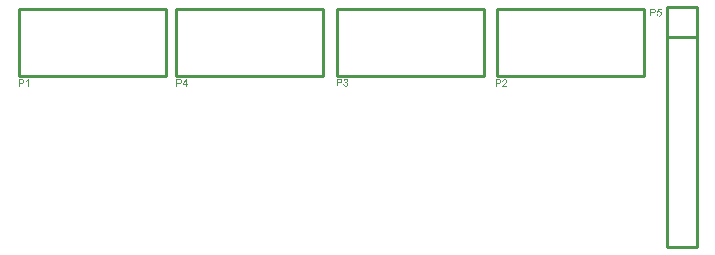
<source format=gto>
G04*
G04 #@! TF.GenerationSoftware,Altium Limited,Altium Designer,18.1.9 (240)*
G04*
G04 Layer_Color=65535*
%FSLAX25Y25*%
%MOIN*%
G70*
G01*
G75*
%ADD10C,0.01000*%
G36*
X264833Y81727D02*
X263808D01*
X263671Y81036D01*
X263675Y81039D01*
X263683Y81043D01*
X263694Y81050D01*
X263712Y81061D01*
X263734Y81072D01*
X263760Y81087D01*
X263819Y81117D01*
X263893Y81147D01*
X263975Y81172D01*
X264064Y81191D01*
X264108Y81198D01*
X264189D01*
X264212Y81195D01*
X264241Y81191D01*
X264275Y81187D01*
X264312Y81180D01*
X264352Y81169D01*
X264441Y81143D01*
X264489Y81124D01*
X264537Y81098D01*
X264585Y81072D01*
X264633Y81043D01*
X264678Y81006D01*
X264722Y80965D01*
X264726Y80962D01*
X264733Y80954D01*
X264744Y80943D01*
X264759Y80924D01*
X264778Y80899D01*
X264796Y80873D01*
X264818Y80839D01*
X264841Y80802D01*
X264859Y80762D01*
X264881Y80717D01*
X264900Y80665D01*
X264918Y80614D01*
X264933Y80558D01*
X264944Y80495D01*
X264952Y80432D01*
X264955Y80366D01*
Y80362D01*
Y80351D01*
Y80332D01*
X264952Y80307D01*
X264948Y80277D01*
X264944Y80244D01*
X264937Y80203D01*
X264929Y80162D01*
X264907Y80066D01*
X264870Y79966D01*
X264848Y79914D01*
X264818Y79866D01*
X264789Y79814D01*
X264752Y79766D01*
X264748Y79763D01*
X264741Y79752D01*
X264726Y79737D01*
X264707Y79718D01*
X264682Y79696D01*
X264652Y79667D01*
X264615Y79641D01*
X264574Y79611D01*
X264530Y79581D01*
X264478Y79555D01*
X264422Y79530D01*
X264363Y79504D01*
X264300Y79485D01*
X264230Y79470D01*
X264156Y79459D01*
X264078Y79456D01*
X264045D01*
X264019Y79459D01*
X263990Y79463D01*
X263956Y79467D01*
X263916Y79470D01*
X263875Y79482D01*
X263782Y79504D01*
X263690Y79537D01*
X263642Y79559D01*
X263594Y79585D01*
X263549Y79615D01*
X263505Y79648D01*
X263501Y79652D01*
X263494Y79655D01*
X263486Y79670D01*
X263472Y79685D01*
X263453Y79703D01*
X263435Y79726D01*
X263412Y79755D01*
X263394Y79789D01*
X263372Y79822D01*
X263350Y79863D01*
X263309Y79951D01*
X263276Y80055D01*
X263264Y80111D01*
X263257Y80170D01*
X263586Y80196D01*
Y80192D01*
Y80185D01*
X263590Y80173D01*
X263594Y80155D01*
X263605Y80114D01*
X263620Y80059D01*
X263642Y80003D01*
X263671Y79940D01*
X263708Y79885D01*
X263753Y79833D01*
X263760Y79829D01*
X263775Y79814D01*
X263805Y79796D01*
X263845Y79774D01*
X263890Y79752D01*
X263945Y79733D01*
X264008Y79718D01*
X264078Y79715D01*
X264101D01*
X264115Y79718D01*
X264160Y79722D01*
X264212Y79737D01*
X264275Y79755D01*
X264337Y79785D01*
X264404Y79829D01*
X264434Y79855D01*
X264463Y79885D01*
X264467Y79888D01*
X264471Y79892D01*
X264478Y79903D01*
X264489Y79914D01*
X264515Y79955D01*
X264545Y80007D01*
X264570Y80070D01*
X264596Y80147D01*
X264615Y80240D01*
X264622Y80288D01*
Y80340D01*
Y80344D01*
Y80351D01*
Y80366D01*
X264619Y80384D01*
Y80406D01*
X264615Y80432D01*
X264604Y80492D01*
X264585Y80562D01*
X264559Y80632D01*
X264522Y80699D01*
X264471Y80762D01*
Y80765D01*
X264463Y80769D01*
X264445Y80788D01*
X264411Y80813D01*
X264367Y80843D01*
X264308Y80869D01*
X264241Y80895D01*
X264163Y80913D01*
X264119Y80921D01*
X264049D01*
X264019Y80917D01*
X263982Y80913D01*
X263938Y80902D01*
X263893Y80891D01*
X263845Y80873D01*
X263797Y80850D01*
X263793Y80847D01*
X263779Y80839D01*
X263756Y80821D01*
X263727Y80802D01*
X263697Y80777D01*
X263668Y80743D01*
X263634Y80710D01*
X263609Y80669D01*
X263313Y80710D01*
X263560Y82027D01*
X264833D01*
Y81727D01*
D02*
G37*
G36*
X262106Y82057D02*
X262169Y82053D01*
X262236Y82049D01*
X262299Y82042D01*
X262354Y82034D01*
X262362D01*
X262387Y82027D01*
X262421Y82020D01*
X262465Y82009D01*
X262513Y81990D01*
X262565Y81968D01*
X262621Y81942D01*
X262669Y81912D01*
X262676Y81909D01*
X262691Y81898D01*
X262713Y81875D01*
X262743Y81849D01*
X262776Y81816D01*
X262809Y81772D01*
X262846Y81724D01*
X262876Y81668D01*
X262880Y81661D01*
X262887Y81642D01*
X262902Y81609D01*
X262917Y81565D01*
X262928Y81513D01*
X262943Y81454D01*
X262950Y81387D01*
X262954Y81317D01*
Y81313D01*
Y81302D01*
Y81287D01*
X262950Y81261D01*
X262946Y81235D01*
X262943Y81202D01*
X262935Y81165D01*
X262928Y81124D01*
X262902Y81039D01*
X262887Y80995D01*
X262865Y80947D01*
X262839Y80899D01*
X262813Y80854D01*
X262780Y80810D01*
X262743Y80765D01*
X262739Y80762D01*
X262732Y80754D01*
X262720Y80743D01*
X262702Y80732D01*
X262680Y80714D01*
X262650Y80695D01*
X262613Y80673D01*
X262573Y80654D01*
X262524Y80632D01*
X262469Y80610D01*
X262410Y80591D01*
X262339Y80577D01*
X262265Y80562D01*
X262184Y80551D01*
X262091Y80543D01*
X261995Y80540D01*
X261340D01*
Y79500D01*
X261000D01*
Y82060D01*
X262051D01*
X262106Y82057D01*
D02*
G37*
G36*
X53941Y56000D02*
X53627D01*
Y58002D01*
X53623Y57998D01*
X53604Y57983D01*
X53582Y57961D01*
X53545Y57935D01*
X53504Y57902D01*
X53453Y57865D01*
X53393Y57824D01*
X53327Y57783D01*
X53323D01*
X53319Y57780D01*
X53297Y57765D01*
X53260Y57746D01*
X53216Y57724D01*
X53164Y57698D01*
X53109Y57672D01*
X53053Y57647D01*
X52997Y57624D01*
Y57928D01*
X53001D01*
X53009Y57935D01*
X53023Y57939D01*
X53042Y57950D01*
X53064Y57961D01*
X53090Y57976D01*
X53153Y58013D01*
X53227Y58053D01*
X53301Y58105D01*
X53379Y58165D01*
X53456Y58227D01*
X53460Y58231D01*
X53464Y58235D01*
X53475Y58246D01*
X53490Y58257D01*
X53523Y58294D01*
X53567Y58338D01*
X53612Y58390D01*
X53660Y58449D01*
X53701Y58509D01*
X53737Y58571D01*
X53941D01*
Y56000D01*
D02*
G37*
G36*
X51606Y58557D02*
X51669Y58553D01*
X51736Y58549D01*
X51799Y58542D01*
X51854Y58534D01*
X51862D01*
X51888Y58527D01*
X51921Y58520D01*
X51965Y58509D01*
X52013Y58490D01*
X52065Y58468D01*
X52121Y58442D01*
X52169Y58412D01*
X52176Y58409D01*
X52191Y58398D01*
X52213Y58375D01*
X52243Y58350D01*
X52276Y58316D01*
X52309Y58272D01*
X52346Y58224D01*
X52376Y58168D01*
X52380Y58161D01*
X52387Y58142D01*
X52402Y58109D01*
X52417Y58065D01*
X52428Y58013D01*
X52443Y57954D01*
X52450Y57887D01*
X52454Y57817D01*
Y57813D01*
Y57802D01*
Y57787D01*
X52450Y57761D01*
X52446Y57735D01*
X52443Y57702D01*
X52435Y57665D01*
X52428Y57624D01*
X52402Y57539D01*
X52387Y57495D01*
X52365Y57447D01*
X52339Y57399D01*
X52313Y57354D01*
X52280Y57310D01*
X52243Y57265D01*
X52239Y57262D01*
X52232Y57254D01*
X52220Y57243D01*
X52202Y57232D01*
X52180Y57214D01*
X52150Y57195D01*
X52113Y57173D01*
X52073Y57154D01*
X52024Y57132D01*
X51969Y57110D01*
X51910Y57091D01*
X51839Y57077D01*
X51765Y57062D01*
X51684Y57051D01*
X51591Y57043D01*
X51495Y57040D01*
X50840D01*
Y56000D01*
X50500D01*
Y58560D01*
X51551D01*
X51606Y58557D01*
D02*
G37*
G36*
X212667Y58568D02*
X212697Y58564D01*
X212734Y58560D01*
X212774Y58553D01*
X212815Y58546D01*
X212911Y58520D01*
X213008Y58483D01*
X213056Y58460D01*
X213104Y58435D01*
X213148Y58401D01*
X213189Y58364D01*
X213193Y58361D01*
X213200Y58357D01*
X213207Y58342D01*
X213222Y58327D01*
X213241Y58309D01*
X213259Y58283D01*
X213278Y58257D01*
X213300Y58224D01*
X213337Y58153D01*
X213374Y58065D01*
X213389Y58020D01*
X213396Y57968D01*
X213404Y57917D01*
X213407Y57861D01*
Y57854D01*
Y57835D01*
X213404Y57806D01*
X213400Y57765D01*
X213392Y57721D01*
X213378Y57669D01*
X213363Y57613D01*
X213341Y57558D01*
X213337Y57550D01*
X213330Y57532D01*
X213315Y57502D01*
X213293Y57462D01*
X213263Y57417D01*
X213226Y57362D01*
X213181Y57306D01*
X213130Y57243D01*
X213122Y57236D01*
X213104Y57214D01*
X213085Y57195D01*
X213067Y57177D01*
X213045Y57154D01*
X213015Y57125D01*
X212985Y57095D01*
X212948Y57062D01*
X212911Y57025D01*
X212867Y56984D01*
X212819Y56944D01*
X212767Y56895D01*
X212708Y56847D01*
X212649Y56796D01*
X212645Y56792D01*
X212638Y56784D01*
X212623Y56773D01*
X212604Y56758D01*
X212582Y56736D01*
X212556Y56714D01*
X212497Y56666D01*
X212434Y56611D01*
X212375Y56555D01*
X212323Y56507D01*
X212301Y56488D01*
X212282Y56470D01*
X212279Y56466D01*
X212268Y56455D01*
X212253Y56440D01*
X212234Y56418D01*
X212216Y56392D01*
X212194Y56366D01*
X212149Y56303D01*
X213411D01*
Y56000D01*
X211713D01*
Y56004D01*
Y56019D01*
Y56041D01*
X211716Y56070D01*
X211720Y56104D01*
X211727Y56141D01*
X211735Y56178D01*
X211750Y56218D01*
Y56222D01*
X211753Y56226D01*
X211761Y56248D01*
X211775Y56281D01*
X211798Y56326D01*
X211827Y56377D01*
X211864Y56437D01*
X211905Y56496D01*
X211957Y56559D01*
Y56562D01*
X211964Y56566D01*
X211983Y56588D01*
X212016Y56622D01*
X212064Y56670D01*
X212120Y56725D01*
X212190Y56792D01*
X212275Y56866D01*
X212368Y56944D01*
X212371Y56947D01*
X212386Y56958D01*
X212408Y56977D01*
X212434Y56999D01*
X212467Y57029D01*
X212508Y57062D01*
X212549Y57099D01*
X212597Y57140D01*
X212689Y57228D01*
X212782Y57317D01*
X212826Y57362D01*
X212867Y57406D01*
X212904Y57447D01*
X212934Y57487D01*
Y57491D01*
X212941Y57495D01*
X212948Y57506D01*
X212956Y57521D01*
X212982Y57561D01*
X213011Y57609D01*
X213037Y57669D01*
X213063Y57732D01*
X213078Y57802D01*
X213085Y57868D01*
Y57872D01*
Y57876D01*
X213082Y57898D01*
X213078Y57935D01*
X213067Y57976D01*
X213052Y58028D01*
X213026Y58079D01*
X212993Y58131D01*
X212948Y58183D01*
X212941Y58190D01*
X212923Y58205D01*
X212897Y58224D01*
X212856Y58250D01*
X212804Y58272D01*
X212745Y58294D01*
X212675Y58309D01*
X212597Y58312D01*
X212575D01*
X212560Y58309D01*
X212515Y58305D01*
X212464Y58294D01*
X212408Y58279D01*
X212345Y58253D01*
X212286Y58220D01*
X212231Y58176D01*
X212223Y58168D01*
X212208Y58150D01*
X212186Y58120D01*
X212164Y58076D01*
X212138Y58024D01*
X212116Y57957D01*
X212101Y57883D01*
X212094Y57798D01*
X211772Y57832D01*
Y57835D01*
X211775Y57846D01*
Y57865D01*
X211779Y57891D01*
X211787Y57920D01*
X211794Y57954D01*
X211805Y57994D01*
X211816Y58035D01*
X211846Y58124D01*
X211890Y58213D01*
X211916Y58257D01*
X211949Y58301D01*
X211983Y58342D01*
X212020Y58379D01*
X212023Y58383D01*
X212031Y58386D01*
X212042Y58398D01*
X212060Y58409D01*
X212083Y58424D01*
X212108Y58438D01*
X212138Y58457D01*
X212175Y58475D01*
X212216Y58494D01*
X212260Y58512D01*
X212308Y58527D01*
X212360Y58542D01*
X212416Y58553D01*
X212475Y58564D01*
X212538Y58568D01*
X212604Y58571D01*
X212641D01*
X212667Y58568D01*
D02*
G37*
G36*
X210606Y58557D02*
X210669Y58553D01*
X210736Y58549D01*
X210799Y58542D01*
X210854Y58534D01*
X210862D01*
X210888Y58527D01*
X210921Y58520D01*
X210965Y58509D01*
X211013Y58490D01*
X211065Y58468D01*
X211121Y58442D01*
X211169Y58412D01*
X211176Y58409D01*
X211191Y58398D01*
X211213Y58375D01*
X211243Y58350D01*
X211276Y58316D01*
X211309Y58272D01*
X211346Y58224D01*
X211376Y58168D01*
X211380Y58161D01*
X211387Y58142D01*
X211402Y58109D01*
X211417Y58065D01*
X211428Y58013D01*
X211442Y57954D01*
X211450Y57887D01*
X211454Y57817D01*
Y57813D01*
Y57802D01*
Y57787D01*
X211450Y57761D01*
X211446Y57735D01*
X211442Y57702D01*
X211435Y57665D01*
X211428Y57624D01*
X211402Y57539D01*
X211387Y57495D01*
X211365Y57447D01*
X211339Y57399D01*
X211313Y57354D01*
X211280Y57310D01*
X211243Y57265D01*
X211239Y57262D01*
X211232Y57254D01*
X211221Y57243D01*
X211202Y57232D01*
X211180Y57214D01*
X211150Y57195D01*
X211113Y57173D01*
X211072Y57154D01*
X211024Y57132D01*
X210969Y57110D01*
X210910Y57091D01*
X210839Y57077D01*
X210765Y57062D01*
X210684Y57051D01*
X210592Y57043D01*
X210495Y57040D01*
X209840D01*
Y56000D01*
X209500D01*
Y58560D01*
X210551D01*
X210606Y58557D01*
D02*
G37*
G36*
X106578Y56903D02*
X106926D01*
Y56614D01*
X106578D01*
Y56000D01*
X106263D01*
Y56614D01*
X105150D01*
Y56903D01*
X106323Y58560D01*
X106578D01*
Y56903D01*
D02*
G37*
G36*
X104106Y58557D02*
X104169Y58553D01*
X104236Y58549D01*
X104299Y58542D01*
X104354Y58534D01*
X104362D01*
X104387Y58527D01*
X104421Y58520D01*
X104465Y58509D01*
X104513Y58490D01*
X104565Y58468D01*
X104621Y58442D01*
X104669Y58412D01*
X104676Y58409D01*
X104691Y58398D01*
X104713Y58375D01*
X104743Y58350D01*
X104776Y58316D01*
X104809Y58272D01*
X104846Y58224D01*
X104876Y58168D01*
X104880Y58161D01*
X104887Y58142D01*
X104902Y58109D01*
X104917Y58065D01*
X104928Y58013D01*
X104943Y57954D01*
X104950Y57887D01*
X104954Y57817D01*
Y57813D01*
Y57802D01*
Y57787D01*
X104950Y57761D01*
X104946Y57735D01*
X104943Y57702D01*
X104935Y57665D01*
X104928Y57624D01*
X104902Y57539D01*
X104887Y57495D01*
X104865Y57447D01*
X104839Y57399D01*
X104813Y57354D01*
X104780Y57310D01*
X104743Y57265D01*
X104739Y57262D01*
X104732Y57254D01*
X104720Y57243D01*
X104702Y57232D01*
X104680Y57214D01*
X104650Y57195D01*
X104613Y57173D01*
X104572Y57154D01*
X104524Y57132D01*
X104469Y57110D01*
X104410Y57091D01*
X104339Y57077D01*
X104265Y57062D01*
X104184Y57051D01*
X104092Y57043D01*
X103995Y57040D01*
X103340D01*
Y56000D01*
X103000D01*
Y58560D01*
X104051D01*
X104106Y58557D01*
D02*
G37*
G36*
X159638Y58726D02*
X159686Y58718D01*
X159745Y58707D01*
X159811Y58689D01*
X159878Y58667D01*
X159945Y58637D01*
X159948D01*
X159952Y58633D01*
X159974Y58622D01*
X160008Y58600D01*
X160045Y58574D01*
X160089Y58537D01*
X160133Y58496D01*
X160178Y58448D01*
X160215Y58393D01*
X160219Y58385D01*
X160230Y58367D01*
X160244Y58334D01*
X160263Y58293D01*
X160281Y58245D01*
X160296Y58189D01*
X160307Y58126D01*
X160311Y58064D01*
Y58056D01*
Y58034D01*
X160307Y58004D01*
X160300Y57964D01*
X160289Y57916D01*
X160270Y57864D01*
X160248Y57812D01*
X160219Y57760D01*
X160215Y57753D01*
X160204Y57738D01*
X160181Y57712D01*
X160152Y57682D01*
X160115Y57649D01*
X160071Y57612D01*
X160019Y57579D01*
X159956Y57546D01*
X159959D01*
X159967Y57542D01*
X159978Y57538D01*
X159993Y57534D01*
X160034Y57520D01*
X160085Y57497D01*
X160144Y57468D01*
X160204Y57431D01*
X160259Y57383D01*
X160311Y57327D01*
X160315Y57320D01*
X160329Y57298D01*
X160352Y57261D01*
X160374Y57213D01*
X160396Y57153D01*
X160418Y57083D01*
X160433Y57002D01*
X160437Y56913D01*
Y56909D01*
Y56898D01*
Y56880D01*
X160433Y56857D01*
X160429Y56828D01*
X160422Y56794D01*
X160415Y56757D01*
X160407Y56717D01*
X160378Y56628D01*
X160355Y56580D01*
X160333Y56535D01*
X160304Y56487D01*
X160270Y56439D01*
X160233Y56391D01*
X160189Y56347D01*
X160185Y56343D01*
X160178Y56336D01*
X160163Y56324D01*
X160144Y56310D01*
X160122Y56291D01*
X160093Y56273D01*
X160059Y56251D01*
X160019Y56232D01*
X159978Y56210D01*
X159930Y56188D01*
X159882Y56169D01*
X159826Y56151D01*
X159767Y56136D01*
X159704Y56125D01*
X159641Y56117D01*
X159571Y56114D01*
X159538D01*
X159516Y56117D01*
X159486Y56121D01*
X159453Y56125D01*
X159416Y56132D01*
X159375Y56139D01*
X159286Y56162D01*
X159194Y56199D01*
X159145Y56221D01*
X159101Y56247D01*
X159057Y56280D01*
X159012Y56313D01*
X159009Y56317D01*
X159001Y56324D01*
X158990Y56336D01*
X158979Y56350D01*
X158960Y56369D01*
X158942Y56395D01*
X158920Y56421D01*
X158898Y56454D01*
X158875Y56491D01*
X158853Y56528D01*
X158812Y56617D01*
X158779Y56720D01*
X158768Y56776D01*
X158761Y56835D01*
X159075Y56876D01*
Y56872D01*
X159079Y56865D01*
X159083Y56850D01*
X159086Y56831D01*
X159090Y56809D01*
X159097Y56783D01*
X159116Y56728D01*
X159142Y56661D01*
X159175Y56598D01*
X159212Y56539D01*
X159256Y56487D01*
X159264Y56484D01*
X159279Y56469D01*
X159308Y56450D01*
X159345Y56432D01*
X159390Y56410D01*
X159445Y56391D01*
X159508Y56376D01*
X159575Y56373D01*
X159597D01*
X159612Y56376D01*
X159652Y56380D01*
X159704Y56391D01*
X159763Y56410D01*
X159826Y56436D01*
X159889Y56472D01*
X159948Y56524D01*
X159956Y56532D01*
X159974Y56554D01*
X159996Y56587D01*
X160026Y56632D01*
X160056Y56687D01*
X160078Y56750D01*
X160096Y56824D01*
X160104Y56905D01*
Y56909D01*
Y56916D01*
Y56928D01*
X160100Y56942D01*
X160096Y56983D01*
X160085Y57031D01*
X160071Y57090D01*
X160045Y57150D01*
X160008Y57209D01*
X159959Y57264D01*
X159952Y57272D01*
X159934Y57287D01*
X159904Y57309D01*
X159863Y57335D01*
X159811Y57361D01*
X159749Y57383D01*
X159678Y57398D01*
X159601Y57405D01*
X159567D01*
X159541Y57401D01*
X159508Y57398D01*
X159471Y57390D01*
X159427Y57383D01*
X159379Y57372D01*
X159416Y57649D01*
X159434D01*
X159449Y57645D01*
X159497D01*
X159538Y57653D01*
X159586Y57660D01*
X159641Y57671D01*
X159704Y57690D01*
X159763Y57716D01*
X159826Y57749D01*
X159830D01*
X159834Y57753D01*
X159852Y57767D01*
X159878Y57793D01*
X159908Y57827D01*
X159937Y57875D01*
X159963Y57930D01*
X159982Y57993D01*
X159989Y58030D01*
Y58071D01*
Y58075D01*
Y58078D01*
Y58100D01*
X159982Y58130D01*
X159974Y58171D01*
X159959Y58215D01*
X159941Y58263D01*
X159911Y58311D01*
X159871Y58356D01*
X159867Y58359D01*
X159848Y58374D01*
X159823Y58393D01*
X159789Y58415D01*
X159745Y58434D01*
X159693Y58452D01*
X159634Y58467D01*
X159567Y58470D01*
X159538D01*
X159504Y58463D01*
X159460Y58456D01*
X159412Y58441D01*
X159364Y58422D01*
X159312Y58393D01*
X159264Y58356D01*
X159260Y58352D01*
X159245Y58334D01*
X159223Y58308D01*
X159197Y58271D01*
X159171Y58223D01*
X159145Y58163D01*
X159123Y58093D01*
X159108Y58012D01*
X158794Y58067D01*
Y58071D01*
X158798Y58082D01*
X158801Y58097D01*
X158805Y58119D01*
X158812Y58145D01*
X158824Y58175D01*
X158846Y58245D01*
X158883Y58326D01*
X158927Y58408D01*
X158983Y58485D01*
X159053Y58556D01*
X159057Y58559D01*
X159064Y58563D01*
X159075Y58570D01*
X159090Y58582D01*
X159108Y58596D01*
X159134Y58611D01*
X159160Y58626D01*
X159194Y58644D01*
X159268Y58674D01*
X159353Y58704D01*
X159453Y58722D01*
X159504Y58729D01*
X159597D01*
X159638Y58726D01*
D02*
G37*
G36*
X157606Y58715D02*
X157669Y58711D01*
X157736Y58707D01*
X157799Y58700D01*
X157854Y58693D01*
X157862D01*
X157887Y58685D01*
X157921Y58678D01*
X157965Y58667D01*
X158013Y58648D01*
X158065Y58626D01*
X158121Y58600D01*
X158169Y58570D01*
X158176Y58567D01*
X158191Y58556D01*
X158213Y58533D01*
X158243Y58508D01*
X158276Y58474D01*
X158309Y58430D01*
X158346Y58382D01*
X158376Y58326D01*
X158380Y58319D01*
X158387Y58300D01*
X158402Y58267D01*
X158417Y58223D01*
X158428Y58171D01*
X158442Y58112D01*
X158450Y58045D01*
X158454Y57975D01*
Y57971D01*
Y57960D01*
Y57945D01*
X158450Y57919D01*
X158446Y57893D01*
X158442Y57860D01*
X158435Y57823D01*
X158428Y57782D01*
X158402Y57697D01*
X158387Y57653D01*
X158365Y57605D01*
X158339Y57557D01*
X158313Y57512D01*
X158280Y57468D01*
X158243Y57423D01*
X158239Y57420D01*
X158232Y57412D01*
X158221Y57401D01*
X158202Y57390D01*
X158180Y57372D01*
X158150Y57353D01*
X158113Y57331D01*
X158072Y57312D01*
X158024Y57290D01*
X157969Y57268D01*
X157910Y57249D01*
X157839Y57235D01*
X157765Y57220D01*
X157684Y57209D01*
X157591Y57201D01*
X157495Y57198D01*
X156840D01*
Y56158D01*
X156500D01*
Y58718D01*
X157551D01*
X157606Y58715D01*
D02*
G37*
%LPC*%
G36*
X262073Y81757D02*
X261340D01*
Y80843D01*
X262029D01*
X262054Y80847D01*
X262080D01*
X262110Y80850D01*
X262180Y80858D01*
X262258Y80873D01*
X262336Y80895D01*
X262406Y80924D01*
X262439Y80943D01*
X262465Y80965D01*
X262473Y80973D01*
X262487Y80987D01*
X262510Y81017D01*
X262536Y81054D01*
X262561Y81102D01*
X262584Y81161D01*
X262598Y81228D01*
X262606Y81306D01*
Y81309D01*
Y81313D01*
Y81331D01*
X262602Y81365D01*
X262595Y81402D01*
X262587Y81442D01*
X262573Y81491D01*
X262550Y81535D01*
X262524Y81579D01*
X262521Y81583D01*
X262510Y81598D01*
X262491Y81616D01*
X262469Y81642D01*
X262436Y81668D01*
X262399Y81690D01*
X262358Y81713D01*
X262310Y81731D01*
X262306D01*
X262291Y81735D01*
X262269Y81739D01*
X262240Y81746D01*
X262195Y81750D01*
X262140Y81753D01*
X262073Y81757D01*
D02*
G37*
G36*
X51573Y58257D02*
X50840D01*
Y57343D01*
X51529D01*
X51555Y57347D01*
X51580D01*
X51610Y57350D01*
X51680Y57358D01*
X51758Y57373D01*
X51836Y57395D01*
X51906Y57424D01*
X51939Y57443D01*
X51965Y57465D01*
X51973Y57473D01*
X51987Y57487D01*
X52010Y57517D01*
X52035Y57554D01*
X52061Y57602D01*
X52084Y57661D01*
X52098Y57728D01*
X52106Y57806D01*
Y57809D01*
Y57813D01*
Y57832D01*
X52102Y57865D01*
X52095Y57902D01*
X52087Y57942D01*
X52073Y57991D01*
X52050Y58035D01*
X52024Y58079D01*
X52021Y58083D01*
X52010Y58098D01*
X51991Y58116D01*
X51969Y58142D01*
X51936Y58168D01*
X51899Y58190D01*
X51858Y58213D01*
X51810Y58231D01*
X51806D01*
X51791Y58235D01*
X51769Y58239D01*
X51740Y58246D01*
X51695Y58250D01*
X51640Y58253D01*
X51573Y58257D01*
D02*
G37*
G36*
X210573D02*
X209840D01*
Y57343D01*
X210529D01*
X210555Y57347D01*
X210580D01*
X210610Y57350D01*
X210680Y57358D01*
X210758Y57373D01*
X210836Y57395D01*
X210906Y57424D01*
X210939Y57443D01*
X210965Y57465D01*
X210973Y57473D01*
X210987Y57487D01*
X211010Y57517D01*
X211035Y57554D01*
X211061Y57602D01*
X211084Y57661D01*
X211098Y57728D01*
X211106Y57806D01*
Y57809D01*
Y57813D01*
Y57832D01*
X211102Y57865D01*
X211095Y57902D01*
X211087Y57942D01*
X211072Y57991D01*
X211050Y58035D01*
X211024Y58079D01*
X211021Y58083D01*
X211010Y58098D01*
X210991Y58116D01*
X210969Y58142D01*
X210936Y58168D01*
X210899Y58190D01*
X210858Y58213D01*
X210810Y58231D01*
X210806D01*
X210791Y58235D01*
X210769Y58239D01*
X210739Y58246D01*
X210695Y58250D01*
X210640Y58253D01*
X210573Y58257D01*
D02*
G37*
G36*
X106263Y58050D02*
X105457Y56903D01*
X106263D01*
Y58050D01*
D02*
G37*
G36*
X104073Y58257D02*
X103340D01*
Y57343D01*
X104029D01*
X104054Y57347D01*
X104080D01*
X104110Y57350D01*
X104180Y57358D01*
X104258Y57373D01*
X104336Y57395D01*
X104406Y57424D01*
X104439Y57443D01*
X104465Y57465D01*
X104473Y57473D01*
X104487Y57487D01*
X104510Y57517D01*
X104535Y57554D01*
X104561Y57602D01*
X104584Y57661D01*
X104598Y57728D01*
X104606Y57806D01*
Y57809D01*
Y57813D01*
Y57832D01*
X104602Y57865D01*
X104595Y57902D01*
X104587Y57942D01*
X104572Y57991D01*
X104550Y58035D01*
X104524Y58079D01*
X104521Y58083D01*
X104510Y58098D01*
X104491Y58116D01*
X104469Y58142D01*
X104436Y58168D01*
X104399Y58190D01*
X104358Y58213D01*
X104310Y58231D01*
X104306D01*
X104291Y58235D01*
X104269Y58239D01*
X104239Y58246D01*
X104195Y58250D01*
X104140Y58253D01*
X104073Y58257D01*
D02*
G37*
G36*
X157573Y58415D02*
X156840D01*
Y57501D01*
X157529D01*
X157554Y57505D01*
X157580D01*
X157610Y57508D01*
X157680Y57516D01*
X157758Y57531D01*
X157836Y57553D01*
X157906Y57582D01*
X157939Y57601D01*
X157965Y57623D01*
X157973Y57631D01*
X157987Y57645D01*
X158010Y57675D01*
X158036Y57712D01*
X158061Y57760D01*
X158084Y57819D01*
X158098Y57886D01*
X158106Y57964D01*
Y57967D01*
Y57971D01*
Y57990D01*
X158102Y58023D01*
X158095Y58060D01*
X158087Y58100D01*
X158072Y58149D01*
X158050Y58193D01*
X158024Y58237D01*
X158021Y58241D01*
X158010Y58256D01*
X157991Y58274D01*
X157969Y58300D01*
X157936Y58326D01*
X157899Y58348D01*
X157858Y58371D01*
X157810Y58389D01*
X157806D01*
X157791Y58393D01*
X157769Y58397D01*
X157739Y58404D01*
X157695Y58408D01*
X157640Y58411D01*
X157573Y58415D01*
D02*
G37*
%LPD*%
D10*
X156658Y59500D02*
Y82100D01*
Y59500D02*
X205458D01*
X205658D02*
Y82100D01*
X156658D02*
X205458D01*
X102974D02*
X151774D01*
X151974Y59500D02*
Y82100D01*
X102974Y59500D02*
X151774D01*
X102974D02*
Y82100D01*
X209816Y59500D02*
Y82100D01*
Y59500D02*
X258616D01*
X258816D02*
Y82100D01*
X209816D02*
X258616D01*
X50474D02*
X99274D01*
X99474Y59500D02*
Y82100D01*
X50474Y59500D02*
X99274D01*
X50474D02*
Y82100D01*
X266500Y72500D02*
X276500D01*
Y82500D01*
X266500D02*
X276500D01*
Y2500D02*
Y82500D01*
X266500Y2500D02*
X276500D01*
X266500D02*
Y82500D01*
M02*

</source>
